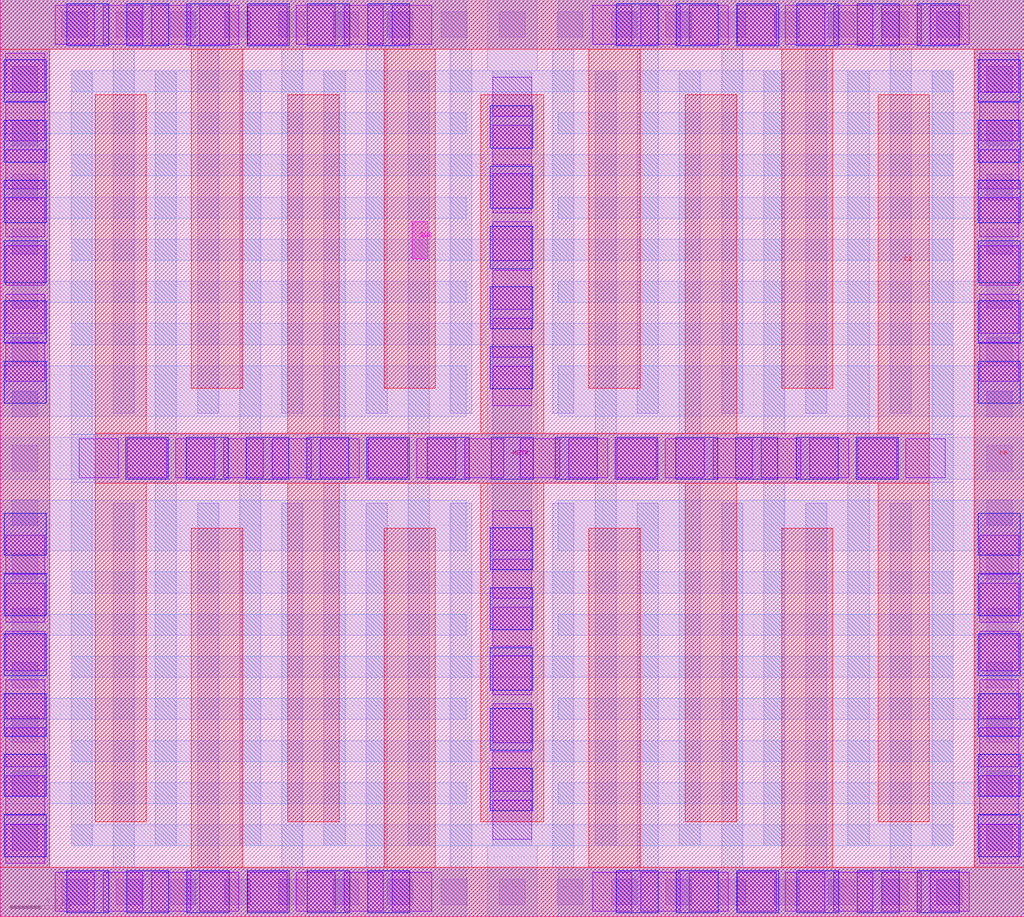
<source format=lef>
# Copyright 2020 The SkyWater PDK Authors
#
# Licensed under the Apache License, Version 2.0 (the "License");
# you may not use this file except in compliance with the License.
# You may obtain a copy of the License at
#
#     https://www.apache.org/licenses/LICENSE-2.0
#
# Unless required by applicable law or agreed to in writing, software
# distributed under the License is distributed on an "AS IS" BASIS,
# WITHOUT WARRANTIES OR CONDITIONS OF ANY KIND, either express or implied.
# See the License for the specific language governing permissions and
# limitations under the License.
#
# SPDX-License-Identifier: Apache-2.0

VERSION 5.7 ;
  NOWIREEXTENSIONATPIN ON ;
  DIVIDERCHAR "/" ;
  BUSBITCHARS "[]" ;
MACRO sky130_fd_pr__cap_vpp_06p8x06p1_m1m2m3_shieldl1m4
  CLASS BLOCK ;
  FOREIGN sky130_fd_pr__cap_vpp_06p8x06p1_m1m2m3_shieldl1m4 ;
  ORIGIN  0.000000  0.000000 ;
  SIZE  6.800000 BY  6.090000 ;
  PIN C0
    PORT
      LAYER met3 ;
        RECT 0.000000 0.000000 6.800000 0.330000 ;
        RECT 0.000000 0.330000 0.330000 5.760000 ;
        RECT 0.000000 5.760000 6.800000 6.090000 ;
        RECT 1.270000 0.330000 1.610000 2.580000 ;
        RECT 1.270000 3.510000 1.610000 5.760000 ;
        RECT 2.550000 0.330000 2.890000 2.580000 ;
        RECT 2.550000 3.510000 2.890000 5.760000 ;
        RECT 3.910000 0.330000 4.250000 2.580000 ;
        RECT 3.910000 3.510000 4.250000 5.760000 ;
        RECT 5.190000 0.330000 5.530000 2.580000 ;
        RECT 5.190000 3.510000 5.530000 5.760000 ;
        RECT 6.470000 0.330000 6.800000 5.760000 ;
    END
  END C0
  PIN C1
    PORT
      LAYER met3 ;
        RECT 0.630000 0.630000 0.970000 2.880000 ;
        RECT 0.630000 2.880000 6.170000 3.210000 ;
        RECT 0.630000 3.210000 0.970000 5.460000 ;
        RECT 1.910000 0.630000 2.250000 2.880000 ;
        RECT 1.910000 3.210000 2.250000 5.460000 ;
        RECT 3.190000 0.630000 3.610000 2.880000 ;
        RECT 3.190000 3.210000 3.610000 5.460000 ;
        RECT 4.550000 0.630000 4.890000 2.880000 ;
        RECT 4.550000 3.210000 4.890000 5.460000 ;
        RECT 5.830000 0.630000 6.170000 2.880000 ;
        RECT 5.830000 3.210000 6.170000 5.460000 ;
    END
  END C1
  PIN MET4
    PORT
      LAYER met4 ;
        RECT 0.000000 0.000000 6.800000 6.090000 ;
    END
  END MET4
  PIN SUB
    PORT
      LAYER pwell ;
        RECT 2.735000 4.370000 2.840000 4.615000 ;
    END
  END SUB
  OBS
    LAYER li1 ;
      RECT 0.000000 0.000000 6.800000 6.090000 ;
    LAYER mcon ;
      RECT 0.080000 0.440000 0.250000 0.610000 ;
      RECT 0.080000 0.800000 0.250000 0.970000 ;
      RECT 0.080000 1.160000 0.250000 1.330000 ;
      RECT 0.080000 1.520000 0.250000 1.690000 ;
      RECT 0.080000 1.880000 0.250000 2.050000 ;
      RECT 0.080000 2.240000 0.250000 2.410000 ;
      RECT 0.080000 2.600000 0.250000 2.770000 ;
      RECT 0.080000 2.960000 0.250000 3.130000 ;
      RECT 0.080000 3.320000 0.250000 3.490000 ;
      RECT 0.080000 3.680000 0.250000 3.850000 ;
      RECT 0.080000 4.040000 0.250000 4.210000 ;
      RECT 0.080000 4.400000 0.250000 4.570000 ;
      RECT 0.080000 4.760000 0.250000 4.930000 ;
      RECT 0.080000 5.120000 0.250000 5.290000 ;
      RECT 0.080000 5.480000 0.250000 5.650000 ;
      RECT 0.410000 0.080000 0.580000 0.250000 ;
      RECT 0.410000 5.840000 0.580000 6.010000 ;
      RECT 0.770000 0.080000 0.940000 0.250000 ;
      RECT 0.770000 5.840000 0.940000 6.010000 ;
      RECT 1.130000 0.080000 1.300000 0.250000 ;
      RECT 1.130000 5.840000 1.300000 6.010000 ;
      RECT 1.490000 0.080000 1.660000 0.250000 ;
      RECT 1.490000 5.840000 1.660000 6.010000 ;
      RECT 1.850000 0.080000 2.020000 0.250000 ;
      RECT 1.850000 5.840000 2.020000 6.010000 ;
      RECT 2.210000 0.080000 2.380000 0.250000 ;
      RECT 2.210000 5.840000 2.380000 6.010000 ;
      RECT 2.570000 0.080000 2.740000 0.250000 ;
      RECT 2.570000 5.840000 2.740000 6.010000 ;
      RECT 2.930000 0.080000 3.100000 0.250000 ;
      RECT 2.930000 5.840000 3.100000 6.010000 ;
      RECT 3.315000 0.080000 3.485000 0.250000 ;
      RECT 3.315000 5.840000 3.485000 6.010000 ;
      RECT 3.700000 0.080000 3.870000 0.250000 ;
      RECT 3.700000 5.840000 3.870000 6.010000 ;
      RECT 4.060000 0.080000 4.230000 0.250000 ;
      RECT 4.060000 5.840000 4.230000 6.010000 ;
      RECT 4.420000 0.080000 4.590000 0.250000 ;
      RECT 4.420000 5.840000 4.590000 6.010000 ;
      RECT 4.780000 0.080000 4.950000 0.250000 ;
      RECT 4.780000 5.840000 4.950000 6.010000 ;
      RECT 5.140000 0.080000 5.310000 0.250000 ;
      RECT 5.140000 5.840000 5.310000 6.010000 ;
      RECT 5.500000 0.080000 5.670000 0.250000 ;
      RECT 5.500000 5.840000 5.670000 6.010000 ;
      RECT 5.860000 0.080000 6.030000 0.250000 ;
      RECT 5.860000 5.840000 6.030000 6.010000 ;
      RECT 6.220000 0.080000 6.390000 0.250000 ;
      RECT 6.220000 5.840000 6.390000 6.010000 ;
      RECT 6.550000 0.440000 6.720000 0.610000 ;
      RECT 6.550000 0.800000 6.720000 0.970000 ;
      RECT 6.550000 1.160000 6.720000 1.330000 ;
      RECT 6.550000 1.520000 6.720000 1.690000 ;
      RECT 6.550000 1.880000 6.720000 2.050000 ;
      RECT 6.550000 2.240000 6.720000 2.410000 ;
      RECT 6.550000 2.600000 6.720000 2.770000 ;
      RECT 6.550000 2.960000 6.720000 3.130000 ;
      RECT 6.550000 3.320000 6.720000 3.490000 ;
      RECT 6.550000 3.680000 6.720000 3.850000 ;
      RECT 6.550000 4.040000 6.720000 4.210000 ;
      RECT 6.550000 4.400000 6.720000 4.570000 ;
      RECT 6.550000 4.760000 6.720000 4.930000 ;
      RECT 6.550000 5.120000 6.720000 5.290000 ;
      RECT 6.550000 5.480000 6.720000 5.650000 ;
    LAYER met1 ;
      RECT 0.000000 0.000000 6.800000 0.330000 ;
      RECT 0.000000 0.330000 0.330000 5.760000 ;
      RECT 0.000000 5.760000 6.800000 6.090000 ;
      RECT 0.470000 0.470000 0.610000 2.885000 ;
      RECT 0.470000 2.885000 6.330000 3.205000 ;
      RECT 0.470000 3.205000 0.610000 5.620000 ;
      RECT 0.750000 0.330000 0.890000 2.745000 ;
      RECT 0.750000 3.345000 0.890000 5.760000 ;
      RECT 1.030000 0.470000 1.170000 2.885000 ;
      RECT 1.030000 3.205000 1.170000 5.620000 ;
      RECT 1.310000 0.330000 1.450000 2.745000 ;
      RECT 1.310000 3.345000 1.450000 5.760000 ;
      RECT 1.590000 0.470000 1.730000 2.885000 ;
      RECT 1.590000 3.205000 1.730000 5.620000 ;
      RECT 1.870000 0.330000 2.010000 2.745000 ;
      RECT 1.870000 3.345000 2.010000 5.760000 ;
      RECT 2.150000 0.470000 2.290000 2.885000 ;
      RECT 2.150000 3.205000 2.290000 5.620000 ;
      RECT 2.430000 0.330000 2.570000 2.745000 ;
      RECT 2.430000 3.345000 2.570000 5.760000 ;
      RECT 2.710000 0.470000 2.850000 2.885000 ;
      RECT 2.710000 3.205000 2.850000 5.620000 ;
      RECT 2.990000 0.330000 3.130000 2.745000 ;
      RECT 2.990000 3.345000 3.130000 5.760000 ;
      RECT 3.270000 0.470000 3.530000 2.885000 ;
      RECT 3.270000 3.205000 3.530000 5.620000 ;
      RECT 3.670000 0.330000 3.810000 2.745000 ;
      RECT 3.670000 3.345000 3.810000 5.760000 ;
      RECT 3.950000 0.470000 4.090000 2.885000 ;
      RECT 3.950000 3.205000 4.090000 5.620000 ;
      RECT 4.230000 0.330000 4.370000 2.745000 ;
      RECT 4.230000 3.345000 4.370000 5.760000 ;
      RECT 4.510000 0.470000 4.650000 2.885000 ;
      RECT 4.510000 3.205000 4.650000 5.620000 ;
      RECT 4.790000 0.330000 4.930000 2.745000 ;
      RECT 4.790000 3.345000 4.930000 5.760000 ;
      RECT 5.070000 0.470000 5.210000 2.885000 ;
      RECT 5.070000 3.205000 5.210000 5.620000 ;
      RECT 5.350000 0.330000 5.490000 2.745000 ;
      RECT 5.350000 3.345000 5.490000 5.760000 ;
      RECT 5.630000 0.470000 5.770000 2.885000 ;
      RECT 5.630000 3.205000 5.770000 5.620000 ;
      RECT 5.910000 0.330000 6.050000 2.745000 ;
      RECT 5.910000 3.345000 6.050000 5.760000 ;
      RECT 6.190000 0.470000 6.330000 2.885000 ;
      RECT 6.190000 3.205000 6.330000 5.620000 ;
      RECT 6.470000 0.330000 6.800000 5.760000 ;
    LAYER met2 ;
      RECT 0.000000 0.000000 3.095000 0.330000 ;
      RECT 0.000000 0.330000 0.330000 0.750000 ;
      RECT 0.000000 0.750000 3.095000 0.890000 ;
      RECT 0.000000 0.890000 0.330000 1.310000 ;
      RECT 0.000000 1.310000 3.095000 1.450000 ;
      RECT 0.000000 1.450000 0.330000 1.870000 ;
      RECT 0.000000 1.870000 3.095000 2.010000 ;
      RECT 0.000000 2.010000 0.330000 2.430000 ;
      RECT 0.000000 2.430000 3.095000 2.765000 ;
      RECT 0.000000 2.905000 6.800000 3.185000 ;
      RECT 0.000000 3.325000 3.095000 3.660000 ;
      RECT 0.000000 3.660000 0.330000 4.080000 ;
      RECT 0.000000 4.080000 3.095000 4.220000 ;
      RECT 0.000000 4.220000 0.330000 4.640000 ;
      RECT 0.000000 4.640000 3.095000 4.780000 ;
      RECT 0.000000 4.780000 0.330000 5.200000 ;
      RECT 0.000000 5.200000 3.095000 5.340000 ;
      RECT 0.000000 5.340000 0.330000 5.760000 ;
      RECT 0.000000 5.760000 3.095000 6.090000 ;
      RECT 0.470000 0.470000 6.330000 0.610000 ;
      RECT 0.470000 1.030000 6.330000 1.170000 ;
      RECT 0.470000 1.590000 6.330000 1.730000 ;
      RECT 0.470000 2.150000 6.330000 2.290000 ;
      RECT 0.470000 3.800000 6.330000 3.940000 ;
      RECT 0.470000 4.360000 6.330000 4.500000 ;
      RECT 0.470000 4.920000 6.330000 5.060000 ;
      RECT 0.470000 5.480000 6.330000 5.620000 ;
      RECT 3.235000 0.000000 3.565000 0.470000 ;
      RECT 3.235000 0.610000 3.565000 1.030000 ;
      RECT 3.235000 1.170000 3.565000 1.590000 ;
      RECT 3.235000 1.730000 3.565000 2.150000 ;
      RECT 3.235000 2.290000 3.565000 2.905000 ;
      RECT 3.235000 3.185000 3.565000 3.800000 ;
      RECT 3.235000 3.940000 3.565000 4.360000 ;
      RECT 3.235000 4.500000 3.565000 4.920000 ;
      RECT 3.235000 5.060000 3.565000 5.480000 ;
      RECT 3.235000 5.620000 3.565000 6.090000 ;
      RECT 3.705000 0.000000 6.800000 0.330000 ;
      RECT 3.705000 0.750000 6.800000 0.890000 ;
      RECT 3.705000 1.310000 6.800000 1.450000 ;
      RECT 3.705000 1.870000 6.800000 2.010000 ;
      RECT 3.705000 2.430000 6.800000 2.765000 ;
      RECT 3.705000 3.325000 6.800000 3.660000 ;
      RECT 3.705000 4.080000 6.800000 4.220000 ;
      RECT 3.705000 4.640000 6.800000 4.780000 ;
      RECT 3.705000 5.200000 6.800000 5.340000 ;
      RECT 3.705000 5.760000 6.800000 6.090000 ;
      RECT 6.470000 0.330000 6.800000 0.750000 ;
      RECT 6.470000 0.890000 6.800000 1.310000 ;
      RECT 6.470000 1.450000 6.800000 1.870000 ;
      RECT 6.470000 2.010000 6.800000 2.430000 ;
      RECT 6.470000 3.660000 6.800000 4.080000 ;
      RECT 6.470000 4.220000 6.800000 4.640000 ;
      RECT 6.470000 4.780000 6.800000 5.200000 ;
      RECT 6.470000 5.340000 6.800000 5.760000 ;
    LAYER via ;
      RECT 0.035000 0.355000 0.295000 0.615000 ;
      RECT 0.035000 0.675000 0.295000 0.935000 ;
      RECT 0.035000 0.995000 0.295000 1.255000 ;
      RECT 0.035000 1.315000 0.295000 1.575000 ;
      RECT 0.035000 1.635000 0.295000 1.895000 ;
      RECT 0.035000 1.955000 0.295000 2.215000 ;
      RECT 0.035000 2.275000 0.295000 2.535000 ;
      RECT 0.035000 3.555000 0.295000 3.815000 ;
      RECT 0.035000 3.875000 0.295000 4.135000 ;
      RECT 0.035000 4.195000 0.295000 4.455000 ;
      RECT 0.035000 4.515000 0.295000 4.775000 ;
      RECT 0.035000 4.835000 0.295000 5.095000 ;
      RECT 0.035000 5.155000 0.295000 5.415000 ;
      RECT 0.035000 5.475000 0.295000 5.735000 ;
      RECT 0.365000 0.035000 0.625000 0.295000 ;
      RECT 0.365000 5.795000 0.625000 6.055000 ;
      RECT 0.525000 2.915000 0.785000 3.175000 ;
      RECT 0.685000 0.035000 0.945000 0.295000 ;
      RECT 0.685000 5.795000 0.945000 6.055000 ;
      RECT 0.845000 2.915000 1.105000 3.175000 ;
      RECT 1.005000 0.035000 1.265000 0.295000 ;
      RECT 1.005000 5.795000 1.265000 6.055000 ;
      RECT 1.165000 2.915000 1.425000 3.175000 ;
      RECT 1.325000 0.035000 1.585000 0.295000 ;
      RECT 1.325000 5.795000 1.585000 6.055000 ;
      RECT 1.485000 2.915000 1.745000 3.175000 ;
      RECT 1.645000 0.035000 1.905000 0.295000 ;
      RECT 1.645000 5.795000 1.905000 6.055000 ;
      RECT 1.805000 2.915000 2.065000 3.175000 ;
      RECT 1.965000 0.035000 2.225000 0.295000 ;
      RECT 1.965000 5.795000 2.225000 6.055000 ;
      RECT 2.125000 2.915000 2.385000 3.175000 ;
      RECT 2.285000 0.035000 2.545000 0.295000 ;
      RECT 2.285000 5.795000 2.545000 6.055000 ;
      RECT 2.445000 2.915000 2.705000 3.175000 ;
      RECT 2.605000 0.035000 2.865000 0.295000 ;
      RECT 2.605000 5.795000 2.865000 6.055000 ;
      RECT 2.765000 2.915000 3.025000 3.175000 ;
      RECT 3.085000 2.915000 3.345000 3.175000 ;
      RECT 3.270000 0.515000 3.530000 0.775000 ;
      RECT 3.270000 0.835000 3.530000 1.095000 ;
      RECT 3.270000 1.155000 3.530000 1.415000 ;
      RECT 3.270000 1.475000 3.530000 1.735000 ;
      RECT 3.270000 1.795000 3.530000 2.055000 ;
      RECT 3.270000 2.115000 3.530000 2.375000 ;
      RECT 3.270000 2.435000 3.530000 2.695000 ;
      RECT 3.270000 3.395000 3.530000 3.655000 ;
      RECT 3.270000 3.715000 3.530000 3.975000 ;
      RECT 3.270000 4.035000 3.530000 4.295000 ;
      RECT 3.270000 4.355000 3.530000 4.615000 ;
      RECT 3.270000 4.675000 3.530000 4.935000 ;
      RECT 3.270000 4.995000 3.530000 5.255000 ;
      RECT 3.270000 5.315000 3.530000 5.575000 ;
      RECT 3.455000 2.915000 3.715000 3.175000 ;
      RECT 3.775000 2.915000 4.035000 3.175000 ;
      RECT 3.935000 0.035000 4.195000 0.295000 ;
      RECT 3.935000 5.795000 4.195000 6.055000 ;
      RECT 4.095000 2.915000 4.355000 3.175000 ;
      RECT 4.255000 0.035000 4.515000 0.295000 ;
      RECT 4.255000 5.795000 4.515000 6.055000 ;
      RECT 4.415000 2.915000 4.675000 3.175000 ;
      RECT 4.575000 0.035000 4.835000 0.295000 ;
      RECT 4.575000 5.795000 4.835000 6.055000 ;
      RECT 4.735000 2.915000 4.995000 3.175000 ;
      RECT 4.895000 0.035000 5.155000 0.295000 ;
      RECT 4.895000 5.795000 5.155000 6.055000 ;
      RECT 5.055000 2.915000 5.315000 3.175000 ;
      RECT 5.215000 0.035000 5.475000 0.295000 ;
      RECT 5.215000 5.795000 5.475000 6.055000 ;
      RECT 5.375000 2.915000 5.635000 3.175000 ;
      RECT 5.535000 0.035000 5.795000 0.295000 ;
      RECT 5.535000 5.795000 5.795000 6.055000 ;
      RECT 5.695000 2.915000 5.955000 3.175000 ;
      RECT 5.855000 0.035000 6.115000 0.295000 ;
      RECT 5.855000 5.795000 6.115000 6.055000 ;
      RECT 6.015000 2.915000 6.275000 3.175000 ;
      RECT 6.175000 0.035000 6.435000 0.295000 ;
      RECT 6.175000 5.795000 6.435000 6.055000 ;
      RECT 6.505000 0.355000 6.765000 0.615000 ;
      RECT 6.505000 0.675000 6.765000 0.935000 ;
      RECT 6.505000 0.995000 6.765000 1.255000 ;
      RECT 6.505000 1.315000 6.765000 1.575000 ;
      RECT 6.505000 1.635000 6.765000 1.895000 ;
      RECT 6.505000 1.955000 6.765000 2.215000 ;
      RECT 6.505000 2.275000 6.765000 2.535000 ;
      RECT 6.505000 3.555000 6.765000 3.815000 ;
      RECT 6.505000 3.875000 6.765000 4.135000 ;
      RECT 6.505000 4.195000 6.765000 4.455000 ;
      RECT 6.505000 4.515000 6.765000 4.775000 ;
      RECT 6.505000 4.835000 6.765000 5.095000 ;
      RECT 6.505000 5.155000 6.765000 5.415000 ;
      RECT 6.505000 5.475000 6.765000 5.735000 ;
    LAYER via2 ;
      RECT 0.025000 0.400000 0.305000 0.680000 ;
      RECT 0.025000 0.800000 0.305000 1.080000 ;
      RECT 0.025000 1.200000 0.305000 1.480000 ;
      RECT 0.025000 1.600000 0.305000 1.880000 ;
      RECT 0.025000 2.000000 0.305000 2.280000 ;
      RECT 0.025000 2.400000 0.305000 2.680000 ;
      RECT 0.025000 3.410000 0.305000 3.690000 ;
      RECT 0.025000 3.810000 0.305000 4.090000 ;
      RECT 0.025000 4.210000 0.305000 4.490000 ;
      RECT 0.025000 4.610000 0.305000 4.890000 ;
      RECT 0.025000 5.010000 0.305000 5.290000 ;
      RECT 0.025000 5.410000 0.305000 5.690000 ;
      RECT 0.440000 0.025000 0.720000 0.305000 ;
      RECT 0.440000 5.785000 0.720000 6.065000 ;
      RECT 0.835000 2.905000 1.115000 3.185000 ;
      RECT 0.840000 0.025000 1.120000 0.305000 ;
      RECT 0.840000 5.785000 1.120000 6.065000 ;
      RECT 1.235000 2.905000 1.515000 3.185000 ;
      RECT 1.240000 0.025000 1.520000 0.305000 ;
      RECT 1.240000 5.785000 1.520000 6.065000 ;
      RECT 1.635000 2.905000 1.915000 3.185000 ;
      RECT 1.640000 0.025000 1.920000 0.305000 ;
      RECT 1.640000 5.785000 1.920000 6.065000 ;
      RECT 2.035000 2.905000 2.315000 3.185000 ;
      RECT 2.040000 0.025000 2.320000 0.305000 ;
      RECT 2.040000 5.785000 2.320000 6.065000 ;
      RECT 2.435000 2.905000 2.715000 3.185000 ;
      RECT 2.440000 0.025000 2.720000 0.305000 ;
      RECT 2.440000 5.785000 2.720000 6.065000 ;
      RECT 2.835000 2.905000 3.115000 3.185000 ;
      RECT 3.255000 0.705000 3.535000 0.985000 ;
      RECT 3.255000 1.105000 3.535000 1.385000 ;
      RECT 3.255000 1.505000 3.535000 1.785000 ;
      RECT 3.255000 1.905000 3.535000 2.185000 ;
      RECT 3.255000 2.305000 3.535000 2.585000 ;
      RECT 3.255000 3.505000 3.535000 3.785000 ;
      RECT 3.255000 3.905000 3.535000 4.185000 ;
      RECT 3.255000 4.305000 3.535000 4.585000 ;
      RECT 3.255000 4.705000 3.535000 4.985000 ;
      RECT 3.255000 5.105000 3.535000 5.385000 ;
      RECT 3.260000 2.905000 3.540000 3.185000 ;
      RECT 3.685000 2.905000 3.965000 3.185000 ;
      RECT 4.085000 2.905000 4.365000 3.185000 ;
      RECT 4.090000 0.025000 4.370000 0.305000 ;
      RECT 4.090000 5.785000 4.370000 6.065000 ;
      RECT 4.485000 2.905000 4.765000 3.185000 ;
      RECT 4.490000 0.025000 4.770000 0.305000 ;
      RECT 4.490000 5.785000 4.770000 6.065000 ;
      RECT 4.885000 2.905000 5.165000 3.185000 ;
      RECT 4.890000 0.025000 5.170000 0.305000 ;
      RECT 4.890000 5.785000 5.170000 6.065000 ;
      RECT 5.285000 2.905000 5.565000 3.185000 ;
      RECT 5.290000 0.025000 5.570000 0.305000 ;
      RECT 5.290000 5.785000 5.570000 6.065000 ;
      RECT 5.685000 2.905000 5.965000 3.185000 ;
      RECT 5.690000 0.025000 5.970000 0.305000 ;
      RECT 5.690000 5.785000 5.970000 6.065000 ;
      RECT 6.090000 0.025000 6.370000 0.305000 ;
      RECT 6.090000 5.785000 6.370000 6.065000 ;
      RECT 6.495000 0.400000 6.775000 0.680000 ;
      RECT 6.495000 0.800000 6.775000 1.080000 ;
      RECT 6.495000 1.200000 6.775000 1.480000 ;
      RECT 6.495000 1.600000 6.775000 1.880000 ;
      RECT 6.495000 2.000000 6.775000 2.280000 ;
      RECT 6.495000 2.400000 6.775000 2.680000 ;
      RECT 6.495000 3.410000 6.775000 3.690000 ;
      RECT 6.495000 3.810000 6.775000 4.090000 ;
      RECT 6.495000 4.210000 6.775000 4.490000 ;
      RECT 6.495000 4.610000 6.775000 4.890000 ;
      RECT 6.495000 5.010000 6.775000 5.290000 ;
      RECT 6.495000 5.410000 6.775000 5.690000 ;
  END
END sky130_fd_pr__cap_vpp_06p8x06p1_m1m2m3_shieldl1m4
END LIBRARY

</source>
